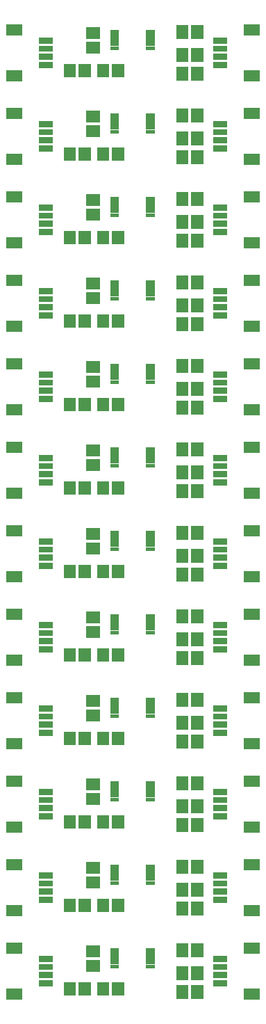
<source format=gbr>
G04 start of page 7 for group -4063 idx -4063 *
G04 Title: (unknown), componentmask *
G04 Creator: pcb 20140316 *
G04 CreationDate: Sun 30 Dec 2018 07:28:16 PM GMT UTC *
G04 For: railfan *
G04 Format: Gerber/RS-274X *
G04 PCB-Dimensions (mil): 1435.00 4900.00 *
G04 PCB-Coordinate-Origin: lower left *
%MOIN*%
%FSLAX25Y25*%
%LNTOPMASK*%
%ADD37R,0.0572X0.0572*%
%ADD36R,0.0532X0.0532*%
%ADD35R,0.0296X0.0296*%
%ADD34R,0.0180X0.0180*%
G54D34*X78898Y427063D02*X81197D01*
X79500D02*X80500D01*
X78898Y429031D02*X81197D01*
X78898Y431000D02*X81197D01*
X79500Y429031D02*X80500D01*
X79500Y431000D02*X80500D01*
X78898Y432969D02*X81197D01*
X78898Y434937D02*X81197D01*
X79500Y432969D02*X80500D01*
X79500Y434937D02*X80500D01*
X78898Y391000D02*X81197D01*
X78898Y392969D02*X81197D01*
X78898Y394937D02*X81197D01*
X79500Y391000D02*X80500D01*
X79500Y392969D02*X80500D01*
X79500Y394937D02*X80500D01*
G54D35*X111630Y419094D02*X115370D01*
X111630Y423031D02*X115370D01*
X111630Y426969D02*X115370D01*
X111630Y430906D02*X115370D01*
G54D36*X127575Y413976D02*X129937D01*
X127575Y436024D02*X129937D01*
G54D37*X95457Y435393D02*Y434607D01*
X102543Y435393D02*Y434607D01*
X95457Y424393D02*Y423607D01*
X102543Y424393D02*Y423607D01*
X95457Y415393D02*Y414607D01*
X102543Y415393D02*Y414607D01*
X95457Y395393D02*Y394607D01*
X102543Y395393D02*Y394607D01*
X95457Y384393D02*Y383607D01*
Y375393D02*Y374607D01*
X102543Y384393D02*Y383607D01*
Y375393D02*Y374607D01*
G54D35*X111630Y379094D02*X115370D01*
X111630Y383031D02*X115370D01*
X111630Y386969D02*X115370D01*
X111630Y390906D02*X115370D01*
G54D36*X127575Y373976D02*X129937D01*
X127575Y356024D02*X129937D01*
X127575Y396024D02*X129937D01*
G54D34*X78898Y387063D02*X81197D01*
X79500D02*X80500D01*
X78898Y389031D02*X81197D01*
X79500D02*X80500D01*
X78898Y351000D02*X81197D01*
X78898Y352969D02*X81197D01*
X78898Y354937D02*X81197D01*
X79500Y351000D02*X80500D01*
X79500Y352969D02*X80500D01*
X79500Y354937D02*X80500D01*
G54D37*X95457Y355393D02*Y354607D01*
X102543Y355393D02*Y354607D01*
X95457Y344393D02*Y343607D01*
Y335393D02*Y334607D01*
X102543Y344393D02*Y343607D01*
Y335393D02*Y334607D01*
G54D34*X61803Y394937D02*X64102D01*
X62500D02*X63500D01*
X61803Y392969D02*X64102D01*
X62500D02*X63500D01*
X61803Y391000D02*X64102D01*
X61803Y389031D02*X64102D01*
X61803Y387063D02*X64102D01*
X62500Y391000D02*X63500D01*
X62500Y389031D02*X63500D01*
X62500Y387063D02*X63500D01*
G54D37*X52107Y394543D02*X52893D01*
X52107Y387457D02*X52893D01*
X57457Y376893D02*Y376107D01*
X64543Y376893D02*Y376107D01*
X41457Y376893D02*Y376107D01*
X48543Y376893D02*Y376107D01*
G54D35*X28130Y470906D02*X31870D01*
X28130Y466969D02*X31870D01*
X28130Y463031D02*X31870D01*
X28130Y459094D02*X31870D01*
G54D36*X13563Y476024D02*X15925D01*
X13563Y453976D02*X15925D01*
X13563Y436024D02*X15925D01*
X13563Y413976D02*X15925D01*
G54D35*X28130Y430906D02*X31870D01*
X28130Y426969D02*X31870D01*
X28130Y423031D02*X31870D01*
X28130Y419094D02*X31870D01*
X28130Y390906D02*X31870D01*
X28130Y386969D02*X31870D01*
X28130Y383031D02*X31870D01*
X28130Y379094D02*X31870D01*
X111630Y459094D02*X115370D01*
X111630Y463031D02*X115370D01*
G54D36*X127575Y453976D02*X129937D01*
G54D35*X111630Y466969D02*X115370D01*
X111630Y470906D02*X115370D01*
G54D36*X127575Y476024D02*X129937D01*
G54D37*X95457Y475393D02*Y474607D01*
X102543Y475393D02*Y474607D01*
Y464393D02*Y463607D01*
X95457Y464393D02*Y463607D01*
G54D34*X78898Y467063D02*X81197D01*
X79500D02*X80500D01*
X78898Y469031D02*X81197D01*
X79500D02*X80500D01*
X78898Y471000D02*X81197D01*
X79500D02*X80500D01*
X78898Y472969D02*X81197D01*
X78898Y474937D02*X81197D01*
X79500Y472969D02*X80500D01*
X79500Y474937D02*X80500D01*
G54D37*X102543Y455393D02*Y454607D01*
X95457Y455393D02*Y454607D01*
G54D34*X61803Y474937D02*X64102D01*
X61803Y472969D02*X64102D01*
X62500Y474937D02*X63500D01*
X62500Y472969D02*X63500D01*
X61803Y471000D02*X64102D01*
X61803Y469031D02*X64102D01*
X61803Y467063D02*X64102D01*
X62500Y471000D02*X63500D01*
X62500Y469031D02*X63500D01*
X62500Y467063D02*X63500D01*
G54D37*X52107Y467457D02*X52893D01*
X52107Y474543D02*X52893D01*
X57457Y456893D02*Y456107D01*
X41457Y456893D02*Y456107D01*
X48543Y456893D02*Y456107D01*
X64543Y456893D02*Y456107D01*
G54D34*X61803Y434937D02*X64102D01*
X61803Y432969D02*X64102D01*
X62500Y434937D02*X63500D01*
X62500Y432969D02*X63500D01*
X61803Y427063D02*X64102D01*
X62500D02*X63500D01*
X61803Y431000D02*X64102D01*
X61803Y429031D02*X64102D01*
X62500Y431000D02*X63500D01*
X62500Y429031D02*X63500D01*
G54D37*X52107Y427457D02*X52893D01*
X52107Y434543D02*X52893D01*
X57457Y416893D02*Y416107D01*
X64543Y416893D02*Y416107D01*
X41457Y416893D02*Y416107D01*
X48543Y416893D02*Y416107D01*
G54D34*X61803Y354937D02*X64102D01*
X62500D02*X63500D01*
X61803Y352969D02*X64102D01*
X61803Y351000D02*X64102D01*
X62500Y352969D02*X63500D01*
X62500Y351000D02*X63500D01*
X61803Y349031D02*X64102D01*
X61803Y347063D02*X64102D01*
X62500Y349031D02*X63500D01*
X62500Y347063D02*X63500D01*
G54D37*X52107Y354543D02*X52893D01*
X52107Y347457D02*X52893D01*
X57457Y336893D02*Y336107D01*
X64543Y336893D02*Y336107D01*
X41457Y336893D02*Y336107D01*
X48543Y336893D02*Y336107D01*
G54D34*X61803Y314937D02*X64102D01*
X62500D02*X63500D01*
X61803Y312969D02*X64102D01*
X61803Y311000D02*X64102D01*
X62500Y312969D02*X63500D01*
X62500Y311000D02*X63500D01*
X61803Y309031D02*X64102D01*
X61803Y307063D02*X64102D01*
X62500Y309031D02*X63500D01*
G54D35*X111630Y339094D02*X115370D01*
G54D36*X127575Y333976D02*X129937D01*
G54D35*X111630Y343031D02*X115370D01*
X111630Y346969D02*X115370D01*
X111630Y350906D02*X115370D01*
X111630Y299094D02*X115370D01*
X111630Y303031D02*X115370D01*
X111630Y306969D02*X115370D01*
X111630Y310906D02*X115370D01*
G54D36*X127575Y316024D02*X129937D01*
G54D34*X78898Y347063D02*X81197D01*
X78898Y349031D02*X81197D01*
X79500Y347063D02*X80500D01*
X79500Y349031D02*X80500D01*
X78898Y307063D02*X81197D01*
X79500D02*X80500D01*
X78898Y309031D02*X81197D01*
X78898Y311000D02*X81197D01*
X79500Y309031D02*X80500D01*
X79500Y311000D02*X80500D01*
X78898Y312969D02*X81197D01*
X78898Y314937D02*X81197D01*
X79500Y312969D02*X80500D01*
X79500Y314937D02*X80500D01*
G54D37*X95457Y315393D02*Y314607D01*
X102543Y315393D02*Y314607D01*
X95457Y304393D02*Y303607D01*
Y295393D02*Y294607D01*
X102543Y304393D02*Y303607D01*
Y295393D02*Y294607D01*
G54D34*X62500Y307063D02*X63500D01*
G54D37*X52107Y307457D02*X52893D01*
X52107Y314543D02*X52893D01*
X57457Y296893D02*Y296107D01*
X64543Y296893D02*Y296107D01*
X41457Y296893D02*Y296107D01*
X48543Y296893D02*Y296107D01*
G54D35*X28130Y350906D02*X31870D01*
X28130Y346969D02*X31870D01*
X28130Y343031D02*X31870D01*
X28130Y339094D02*X31870D01*
G54D36*X13563Y396024D02*X15925D01*
X13563Y373976D02*X15925D01*
X13563Y356024D02*X15925D01*
X13563Y333976D02*X15925D01*
X13563Y316024D02*X15925D01*
X13563Y293976D02*X15925D01*
X13563Y276024D02*X15925D01*
X13563Y253976D02*X15925D01*
G54D34*X61803Y274937D02*X64102D01*
X61803Y272969D02*X64102D01*
X62500Y274937D02*X63500D01*
X62500Y272969D02*X63500D01*
X61803Y271000D02*X64102D01*
X61803Y269031D02*X64102D01*
X61803Y267063D02*X64102D01*
X62500Y271000D02*X63500D01*
X62500Y269031D02*X63500D01*
X62500Y267063D02*X63500D01*
G54D37*X52107Y267457D02*X52893D01*
X52107Y274543D02*X52893D01*
X57457Y256893D02*Y256107D01*
X41457Y256893D02*Y256107D01*
X48543Y256893D02*Y256107D01*
X64543Y256893D02*Y256107D01*
G54D34*X61803Y234937D02*X64102D01*
X61803Y232969D02*X64102D01*
X62500Y234937D02*X63500D01*
X62500Y232969D02*X63500D01*
X61803Y227063D02*X64102D01*
X62500D02*X63500D01*
X61803Y231000D02*X64102D01*
X61803Y229031D02*X64102D01*
X62500Y231000D02*X63500D01*
X62500Y229031D02*X63500D01*
G54D37*X52107Y227457D02*X52893D01*
X52107Y234543D02*X52893D01*
X57457Y216893D02*Y216107D01*
X64543Y216893D02*Y216107D01*
X41457Y216893D02*Y216107D01*
X48543Y216893D02*Y216107D01*
G54D34*X78898Y267063D02*X81197D01*
X79500D02*X80500D01*
X78898Y269031D02*X81197D01*
X78898Y271000D02*X81197D01*
X79500Y269031D02*X80500D01*
X79500Y271000D02*X80500D01*
X78898Y272969D02*X81197D01*
X78898Y274937D02*X81197D01*
X79500Y272969D02*X80500D01*
X79500Y274937D02*X80500D01*
X78898Y231000D02*X81197D01*
X78898Y232969D02*X81197D01*
X78898Y234937D02*X81197D01*
X79500Y231000D02*X80500D01*
X79500Y232969D02*X80500D01*
X79500Y234937D02*X80500D01*
G54D37*X95457Y275393D02*Y274607D01*
X102543Y275393D02*Y274607D01*
X95457Y264393D02*Y263607D01*
Y255393D02*Y254607D01*
X102543Y264393D02*Y263607D01*
Y255393D02*Y254607D01*
G54D36*X127575Y293976D02*X129937D01*
X127575Y253976D02*X129937D01*
X127575Y276024D02*X129937D01*
G54D35*X111630Y259094D02*X115370D01*
X111630Y263031D02*X115370D01*
X111630Y266969D02*X115370D01*
X111630Y270906D02*X115370D01*
G54D36*X127575Y236024D02*X129937D01*
G54D35*X28130Y310906D02*X31870D01*
X28130Y306969D02*X31870D01*
X28130Y303031D02*X31870D01*
X28130Y299094D02*X31870D01*
X28130Y270906D02*X31870D01*
X28130Y266969D02*X31870D01*
X28130Y263031D02*X31870D01*
X28130Y259094D02*X31870D01*
G54D37*X95457Y235393D02*Y234607D01*
X102543Y235393D02*Y234607D01*
X95457Y224393D02*Y223607D01*
Y215393D02*Y214607D01*
X102543Y224393D02*Y223607D01*
Y215393D02*Y214607D01*
G54D35*X111630Y219094D02*X115370D01*
X111630Y223031D02*X115370D01*
X111630Y226969D02*X115370D01*
X111630Y230906D02*X115370D01*
G54D36*X127575Y213976D02*X129937D01*
X127575Y196024D02*X129937D01*
G54D34*X78898Y227063D02*X81197D01*
X79500D02*X80500D01*
X78898Y229031D02*X81197D01*
X79500D02*X80500D01*
X78898Y191000D02*X81197D01*
X78898Y192969D02*X81197D01*
X78898Y194937D02*X81197D01*
X79500Y191000D02*X80500D01*
X79500Y192969D02*X80500D01*
X79500Y194937D02*X80500D01*
G54D37*X95457Y195393D02*Y194607D01*
X102543Y195393D02*Y194607D01*
X95457Y184393D02*Y183607D01*
Y175393D02*Y174607D01*
X102543Y184393D02*Y183607D01*
Y175393D02*Y174607D01*
G54D35*X111630Y179094D02*X115370D01*
X111630Y183031D02*X115370D01*
X111630Y186969D02*X115370D01*
X111630Y190906D02*X115370D01*
G54D36*X127575Y173976D02*X129937D01*
G54D35*X111630Y150906D02*X115370D01*
G54D36*X127575Y156024D02*X129937D01*
G54D34*X78898Y187063D02*X81197D01*
X78898Y189031D02*X81197D01*
X79500Y187063D02*X80500D01*
X79500Y189031D02*X80500D01*
X78898Y147063D02*X81197D01*
X79500D02*X80500D01*
X78898Y149031D02*X81197D01*
X78898Y151000D02*X81197D01*
X79500Y149031D02*X80500D01*
X79500Y151000D02*X80500D01*
X78898Y152969D02*X81197D01*
X78898Y154937D02*X81197D01*
X79500Y152969D02*X80500D01*
X79500Y154937D02*X80500D01*
G54D37*X95457Y155393D02*Y154607D01*
X102543Y155393D02*Y154607D01*
X95457Y144393D02*Y143607D01*
Y135393D02*Y134607D01*
X102543Y144393D02*Y143607D01*
Y135393D02*Y134607D01*
G54D35*X111630Y139094D02*X115370D01*
X111630Y143031D02*X115370D01*
X111630Y146969D02*X115370D01*
G54D36*X127575Y133976D02*X129937D01*
G54D35*X111630Y99094D02*X115370D01*
X111630Y103031D02*X115370D01*
X111630Y106969D02*X115370D01*
X111630Y110906D02*X115370D01*
G54D36*X127575Y116024D02*X129937D01*
G54D34*X78898Y107063D02*X81197D01*
X79500D02*X80500D01*
X78898Y109031D02*X81197D01*
X78898Y111000D02*X81197D01*
X79500Y109031D02*X80500D01*
X79500Y111000D02*X80500D01*
X78898Y112969D02*X81197D01*
X78898Y114937D02*X81197D01*
X79500Y112969D02*X80500D01*
X79500Y114937D02*X80500D01*
X78898Y27063D02*X81197D01*
X79500D02*X80500D01*
X78898Y29031D02*X81197D01*
X79500D02*X80500D01*
X78898Y31000D02*X81197D01*
X78898Y32969D02*X81197D01*
X78898Y34937D02*X81197D01*
X79500Y31000D02*X80500D01*
X79500Y32969D02*X80500D01*
X79500Y34937D02*X80500D01*
G54D37*X95457Y115393D02*Y114607D01*
X102543Y115393D02*Y114607D01*
X95457Y104393D02*Y103607D01*
Y95393D02*Y94607D01*
X102543Y104393D02*Y103607D01*
Y95393D02*Y94607D01*
G54D36*X127575Y93976D02*X129937D01*
X127575Y53976D02*X129937D01*
X127575Y76024D02*X129937D01*
G54D35*X111630Y59094D02*X115370D01*
X111630Y63031D02*X115370D01*
X111630Y66969D02*X115370D01*
X111630Y70906D02*X115370D01*
X111630Y19094D02*X115370D01*
X111630Y23031D02*X115370D01*
X111630Y26969D02*X115370D01*
X111630Y30906D02*X115370D01*
G54D36*X127575Y13976D02*X129937D01*
X127575Y36024D02*X129937D01*
G54D37*X102543Y55393D02*Y54607D01*
X95457Y55393D02*Y54607D01*
Y24393D02*Y23607D01*
X102543Y35393D02*Y34607D01*
Y24393D02*Y23607D01*
Y15393D02*Y14607D01*
X95457Y15393D02*Y14607D01*
X41457Y136893D02*Y136107D01*
X48543Y136893D02*Y136107D01*
G54D36*X13563Y236024D02*X15925D01*
X13563Y213976D02*X15925D01*
X13563Y196024D02*X15925D01*
X13563Y173976D02*X15925D01*
X13563Y156024D02*X15925D01*
X13563Y133976D02*X15925D01*
X13563Y116024D02*X15925D01*
X13563Y93976D02*X15925D01*
X13563Y76024D02*X15925D01*
X13563Y53976D02*X15925D01*
X13563Y36024D02*X15925D01*
X13563Y13976D02*X15925D01*
G54D34*X61803Y114937D02*X64102D01*
X61803Y112969D02*X64102D01*
X62500Y114937D02*X63500D01*
X62500Y112969D02*X63500D01*
X61803Y107063D02*X64102D01*
X62500D02*X63500D01*
G54D37*X64543Y96893D02*Y96107D01*
G54D34*X61803Y111000D02*X64102D01*
X61803Y109031D02*X64102D01*
X62500Y111000D02*X63500D01*
X62500Y109031D02*X63500D01*
G54D37*X52107Y107457D02*X52893D01*
X57457Y96893D02*Y96107D01*
X41457Y96893D02*Y96107D01*
X48543Y96893D02*Y96107D01*
X52107Y114543D02*X52893D01*
X41457Y16893D02*Y16107D01*
X48543Y16893D02*Y16107D01*
G54D34*X61803Y194937D02*X64102D01*
X61803Y192969D02*X64102D01*
X62500Y194937D02*X63500D01*
X62500Y192969D02*X63500D01*
X61803Y191000D02*X64102D01*
X61803Y189031D02*X64102D01*
X61803Y187063D02*X64102D01*
X62500Y191000D02*X63500D01*
X62500Y189031D02*X63500D01*
X62500Y187063D02*X63500D01*
G54D37*X52107Y187457D02*X52893D01*
X52107Y194543D02*X52893D01*
X57457Y176893D02*Y176107D01*
X41457Y176893D02*Y176107D01*
X48543Y176893D02*Y176107D01*
X64543Y176893D02*Y176107D01*
G54D34*X61803Y154937D02*X64102D01*
X61803Y152969D02*X64102D01*
X62500Y154937D02*X63500D01*
X62500Y152969D02*X63500D01*
X61803Y147063D02*X64102D01*
X62500D02*X63500D01*
X61803Y151000D02*X64102D01*
X61803Y149031D02*X64102D01*
X62500Y151000D02*X63500D01*
X62500Y149031D02*X63500D01*
G54D37*X52107Y147457D02*X52893D01*
X52107Y154543D02*X52893D01*
X57457Y136893D02*Y136107D01*
X64543Y136893D02*Y136107D01*
G54D35*X28130Y230906D02*X31870D01*
X28130Y226969D02*X31870D01*
X28130Y223031D02*X31870D01*
X28130Y219094D02*X31870D01*
X28130Y190906D02*X31870D01*
X28130Y186969D02*X31870D01*
X28130Y183031D02*X31870D01*
X28130Y179094D02*X31870D01*
X28130Y150906D02*X31870D01*
X28130Y146969D02*X31870D01*
X28130Y143031D02*X31870D01*
X28130Y139094D02*X31870D01*
X28130Y110906D02*X31870D01*
X28130Y106969D02*X31870D01*
X28130Y103031D02*X31870D01*
X28130Y99094D02*X31870D01*
X28130Y70906D02*X31870D01*
X28130Y66969D02*X31870D01*
X28130Y63031D02*X31870D01*
X28130Y59094D02*X31870D01*
G54D37*X95457Y75393D02*Y74607D01*
X102543Y75393D02*Y74607D01*
G54D34*X78898Y71000D02*X81197D01*
X79500D02*X80500D01*
X78898Y72969D02*X81197D01*
X79500D02*X80500D01*
X78898Y74937D02*X81197D01*
X79500D02*X80500D01*
X78898Y67063D02*X81197D01*
X78898Y69031D02*X81197D01*
X79500Y67063D02*X80500D01*
X79500Y69031D02*X80500D01*
G54D37*X95457Y64393D02*Y63607D01*
X102543Y64393D02*Y63607D01*
G54D34*X62500Y71000D02*X63500D01*
X62500Y69031D02*X63500D01*
X62500Y67063D02*X63500D01*
G54D37*X52107Y67457D02*X52893D01*
X52107Y74543D02*X52893D01*
X95457Y35393D02*Y34607D01*
G54D34*X61803Y74937D02*X64102D01*
X61803Y72969D02*X64102D01*
X62500Y74937D02*X63500D01*
X62500Y72969D02*X63500D01*
X61803Y71000D02*X64102D01*
X61803Y69031D02*X64102D01*
X61803Y67063D02*X64102D01*
G54D37*X64543Y56893D02*Y56107D01*
G54D35*X28130Y30906D02*X31870D01*
X28130Y26969D02*X31870D01*
X28130Y23031D02*X31870D01*
X28130Y19094D02*X31870D01*
G54D37*X57457Y56893D02*Y56107D01*
X41457Y56893D02*Y56107D01*
X48543Y56893D02*Y56107D01*
G54D34*X61803Y34937D02*X64102D01*
X61803Y32969D02*X64102D01*
X62500Y34937D02*X63500D01*
X62500Y32969D02*X63500D01*
X61803Y31000D02*X64102D01*
X61803Y29031D02*X64102D01*
X61803Y27063D02*X64102D01*
X62500Y31000D02*X63500D01*
X62500Y29031D02*X63500D01*
X62500Y27063D02*X63500D01*
G54D37*X52107Y27457D02*X52893D01*
X57457Y16893D02*Y16107D01*
X52107Y34543D02*X52893D01*
X64543Y16893D02*Y16107D01*
M02*

</source>
